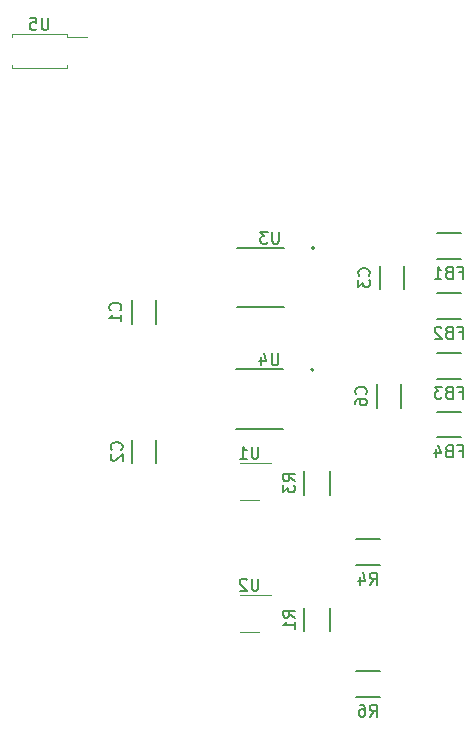
<source format=gbr>
%TF.GenerationSoftware,KiCad,Pcbnew,(6.0.4)*%
%TF.CreationDate,2023-02-01T16:26:22-05:00*%
%TF.ProjectId,BREAD_Slice,42524541-445f-4536-9c69-63652e6b6963,rev?*%
%TF.SameCoordinates,PX74eba40PY8552dc0*%
%TF.FileFunction,Legend,Bot*%
%TF.FilePolarity,Positive*%
%FSLAX46Y46*%
G04 Gerber Fmt 4.6, Leading zero omitted, Abs format (unit mm)*
G04 Created by KiCad (PCBNEW (6.0.4)) date 2023-02-01 16:26:22*
%MOMM*%
%LPD*%
G01*
G04 APERTURE LIST*
%ADD10C,0.150000*%
%ADD11C,0.120000*%
%ADD12C,0.127000*%
%ADD13C,0.200000*%
G04 APERTURE END LIST*
D10*
%TO.C,FB4*%
X58110333Y30029429D02*
X58443666Y30029429D01*
X58443666Y29505620D02*
X58443666Y30505620D01*
X57967476Y30505620D01*
X57253190Y30029429D02*
X57110333Y29981810D01*
X57062714Y29934191D01*
X57015095Y29838953D01*
X57015095Y29696096D01*
X57062714Y29600858D01*
X57110333Y29553239D01*
X57205571Y29505620D01*
X57586523Y29505620D01*
X57586523Y30505620D01*
X57253190Y30505620D01*
X57157952Y30458000D01*
X57110333Y30410381D01*
X57062714Y30315143D01*
X57062714Y30219905D01*
X57110333Y30124667D01*
X57157952Y30077048D01*
X57253190Y30029429D01*
X57586523Y30029429D01*
X56157952Y30172286D02*
X56157952Y29505620D01*
X56396047Y30553239D02*
X56634142Y29838953D01*
X56015095Y29838953D01*
%TO.C,R4*%
X50585666Y18710620D02*
X50919000Y19186810D01*
X51157095Y18710620D02*
X51157095Y19710620D01*
X50776142Y19710620D01*
X50680904Y19663000D01*
X50633285Y19615381D01*
X50585666Y19520143D01*
X50585666Y19377286D01*
X50633285Y19282048D01*
X50680904Y19234429D01*
X50776142Y19186810D01*
X51157095Y19186810D01*
X49728523Y19377286D02*
X49728523Y18710620D01*
X49966619Y19758239D02*
X50204714Y19043953D01*
X49585666Y19043953D01*
%TO.C,U2*%
X41147904Y19203620D02*
X41147904Y18394096D01*
X41100285Y18298858D01*
X41052666Y18251239D01*
X40957428Y18203620D01*
X40766952Y18203620D01*
X40671714Y18251239D01*
X40624095Y18298858D01*
X40576476Y18394096D01*
X40576476Y19203620D01*
X40147904Y19108381D02*
X40100285Y19156000D01*
X40005047Y19203620D01*
X39766952Y19203620D01*
X39671714Y19156000D01*
X39624095Y19108381D01*
X39576476Y19013143D01*
X39576476Y18917905D01*
X39624095Y18775048D01*
X40195523Y18203620D01*
X39576476Y18203620D01*
%TO.C,U1*%
X41147904Y30379620D02*
X41147904Y29570096D01*
X41100285Y29474858D01*
X41052666Y29427239D01*
X40957428Y29379620D01*
X40766952Y29379620D01*
X40671714Y29427239D01*
X40624095Y29474858D01*
X40576476Y29570096D01*
X40576476Y30379620D01*
X39576476Y29379620D02*
X40147904Y29379620D01*
X39862190Y29379620D02*
X39862190Y30379620D01*
X39957428Y30236762D01*
X40052666Y30141524D01*
X40147904Y30093905D01*
%TO.C,R6*%
X50585666Y7534620D02*
X50919000Y8010810D01*
X51157095Y7534620D02*
X51157095Y8534620D01*
X50776142Y8534620D01*
X50680904Y8487000D01*
X50633285Y8439381D01*
X50585666Y8344143D01*
X50585666Y8201286D01*
X50633285Y8106048D01*
X50680904Y8058429D01*
X50776142Y8010810D01*
X51157095Y8010810D01*
X49728523Y8534620D02*
X49919000Y8534620D01*
X50014238Y8487000D01*
X50061857Y8439381D01*
X50157095Y8296524D01*
X50204714Y8106048D01*
X50204714Y7725096D01*
X50157095Y7629858D01*
X50109476Y7582239D01*
X50014238Y7534620D01*
X49823761Y7534620D01*
X49728523Y7582239D01*
X49680904Y7629858D01*
X49633285Y7725096D01*
X49633285Y7963191D01*
X49680904Y8058429D01*
X49728523Y8106048D01*
X49823761Y8153667D01*
X50014238Y8153667D01*
X50109476Y8106048D01*
X50157095Y8058429D01*
X50204714Y7963191D01*
%TO.C,C6*%
X50254142Y34837667D02*
X50301761Y34885286D01*
X50349380Y35028143D01*
X50349380Y35123381D01*
X50301761Y35266239D01*
X50206523Y35361477D01*
X50111285Y35409096D01*
X49920809Y35456715D01*
X49777952Y35456715D01*
X49587476Y35409096D01*
X49492238Y35361477D01*
X49397000Y35266239D01*
X49349380Y35123381D01*
X49349380Y35028143D01*
X49397000Y34885286D01*
X49444619Y34837667D01*
X49349380Y33980524D02*
X49349380Y34171000D01*
X49397000Y34266239D01*
X49444619Y34313858D01*
X49587476Y34409096D01*
X49777952Y34456715D01*
X50158904Y34456715D01*
X50254142Y34409096D01*
X50301761Y34361477D01*
X50349380Y34266239D01*
X50349380Y34075762D01*
X50301761Y33980524D01*
X50254142Y33932905D01*
X50158904Y33885286D01*
X49920809Y33885286D01*
X49825571Y33932905D01*
X49777952Y33980524D01*
X49730333Y34075762D01*
X49730333Y34266239D01*
X49777952Y34361477D01*
X49825571Y34409096D01*
X49920809Y34456715D01*
%TO.C,C1*%
X29440142Y41949667D02*
X29487761Y41997286D01*
X29535380Y42140143D01*
X29535380Y42235381D01*
X29487761Y42378239D01*
X29392523Y42473477D01*
X29297285Y42521096D01*
X29106809Y42568715D01*
X28963952Y42568715D01*
X28773476Y42521096D01*
X28678238Y42473477D01*
X28583000Y42378239D01*
X28535380Y42235381D01*
X28535380Y42140143D01*
X28583000Y41997286D01*
X28630619Y41949667D01*
X29535380Y40997286D02*
X29535380Y41568715D01*
X29535380Y41283000D02*
X28535380Y41283000D01*
X28678238Y41378239D01*
X28773476Y41473477D01*
X28821095Y41568715D01*
%TO.C,U4*%
X42831904Y38296620D02*
X42831904Y37487096D01*
X42784285Y37391858D01*
X42736666Y37344239D01*
X42641428Y37296620D01*
X42450952Y37296620D01*
X42355714Y37344239D01*
X42308095Y37391858D01*
X42260476Y37487096D01*
X42260476Y38296620D01*
X41355714Y37963286D02*
X41355714Y37296620D01*
X41593809Y38344239D02*
X41831904Y37629953D01*
X41212857Y37629953D01*
%TO.C,FB1*%
X58110333Y45142429D02*
X58443666Y45142429D01*
X58443666Y44618620D02*
X58443666Y45618620D01*
X57967476Y45618620D01*
X57253190Y45142429D02*
X57110333Y45094810D01*
X57062714Y45047191D01*
X57015095Y44951953D01*
X57015095Y44809096D01*
X57062714Y44713858D01*
X57110333Y44666239D01*
X57205571Y44618620D01*
X57586523Y44618620D01*
X57586523Y45618620D01*
X57253190Y45618620D01*
X57157952Y45571000D01*
X57110333Y45523381D01*
X57062714Y45428143D01*
X57062714Y45332905D01*
X57110333Y45237667D01*
X57157952Y45190048D01*
X57253190Y45142429D01*
X57586523Y45142429D01*
X56062714Y44618620D02*
X56634142Y44618620D01*
X56348428Y44618620D02*
X56348428Y45618620D01*
X56443666Y45475762D01*
X56538904Y45380524D01*
X56634142Y45332905D01*
%TO.C,FB3*%
X58110333Y34982429D02*
X58443666Y34982429D01*
X58443666Y34458620D02*
X58443666Y35458620D01*
X57967476Y35458620D01*
X57253190Y34982429D02*
X57110333Y34934810D01*
X57062714Y34887191D01*
X57015095Y34791953D01*
X57015095Y34649096D01*
X57062714Y34553858D01*
X57110333Y34506239D01*
X57205571Y34458620D01*
X57586523Y34458620D01*
X57586523Y35458620D01*
X57253190Y35458620D01*
X57157952Y35411000D01*
X57110333Y35363381D01*
X57062714Y35268143D01*
X57062714Y35172905D01*
X57110333Y35077667D01*
X57157952Y35030048D01*
X57253190Y34982429D01*
X57586523Y34982429D01*
X56681761Y35458620D02*
X56062714Y35458620D01*
X56396047Y35077667D01*
X56253190Y35077667D01*
X56157952Y35030048D01*
X56110333Y34982429D01*
X56062714Y34887191D01*
X56062714Y34649096D01*
X56110333Y34553858D01*
X56157952Y34506239D01*
X56253190Y34458620D01*
X56538904Y34458620D01*
X56634142Y34506239D01*
X56681761Y34553858D01*
%TO.C,R1*%
X44253380Y15914667D02*
X43777190Y16248000D01*
X44253380Y16486096D02*
X43253380Y16486096D01*
X43253380Y16105143D01*
X43301000Y16009905D01*
X43348619Y15962286D01*
X43443857Y15914667D01*
X43586714Y15914667D01*
X43681952Y15962286D01*
X43729571Y16009905D01*
X43777190Y16105143D01*
X43777190Y16486096D01*
X44253380Y14962286D02*
X44253380Y15533715D01*
X44253380Y15248000D02*
X43253380Y15248000D01*
X43396238Y15343239D01*
X43491476Y15438477D01*
X43539095Y15533715D01*
%TO.C,U5*%
X23361904Y66697620D02*
X23361904Y65888096D01*
X23314285Y65792858D01*
X23266666Y65745239D01*
X23171428Y65697620D01*
X22980952Y65697620D01*
X22885714Y65745239D01*
X22838095Y65792858D01*
X22790476Y65888096D01*
X22790476Y66697620D01*
X21838095Y66697620D02*
X22314285Y66697620D01*
X22361904Y66221429D01*
X22314285Y66269048D01*
X22219047Y66316667D01*
X21980952Y66316667D01*
X21885714Y66269048D01*
X21838095Y66221429D01*
X21790476Y66126191D01*
X21790476Y65888096D01*
X21838095Y65792858D01*
X21885714Y65745239D01*
X21980952Y65697620D01*
X22219047Y65697620D01*
X22314285Y65745239D01*
X22361904Y65792858D01*
%TO.C,R3*%
X44253380Y27471667D02*
X43777190Y27805000D01*
X44253380Y28043096D02*
X43253380Y28043096D01*
X43253380Y27662143D01*
X43301000Y27566905D01*
X43348619Y27519286D01*
X43443857Y27471667D01*
X43586714Y27471667D01*
X43681952Y27519286D01*
X43729571Y27566905D01*
X43777190Y27662143D01*
X43777190Y28043096D01*
X43253380Y27138334D02*
X43253380Y26519286D01*
X43634333Y26852620D01*
X43634333Y26709762D01*
X43681952Y26614524D01*
X43729571Y26566905D01*
X43824809Y26519286D01*
X44062904Y26519286D01*
X44158142Y26566905D01*
X44205761Y26614524D01*
X44253380Y26709762D01*
X44253380Y26995477D01*
X44205761Y27090715D01*
X44158142Y27138334D01*
%TO.C,C3*%
X50508142Y44870667D02*
X50555761Y44918286D01*
X50603380Y45061143D01*
X50603380Y45156381D01*
X50555761Y45299239D01*
X50460523Y45394477D01*
X50365285Y45442096D01*
X50174809Y45489715D01*
X50031952Y45489715D01*
X49841476Y45442096D01*
X49746238Y45394477D01*
X49651000Y45299239D01*
X49603380Y45156381D01*
X49603380Y45061143D01*
X49651000Y44918286D01*
X49698619Y44870667D01*
X49603380Y44537334D02*
X49603380Y43918286D01*
X49984333Y44251620D01*
X49984333Y44108762D01*
X50031952Y44013524D01*
X50079571Y43965905D01*
X50174809Y43918286D01*
X50412904Y43918286D01*
X50508142Y43965905D01*
X50555761Y44013524D01*
X50603380Y44108762D01*
X50603380Y44394477D01*
X50555761Y44489715D01*
X50508142Y44537334D01*
%TO.C,C2*%
X29553142Y30138667D02*
X29600761Y30186286D01*
X29648380Y30329143D01*
X29648380Y30424381D01*
X29600761Y30567239D01*
X29505523Y30662477D01*
X29410285Y30710096D01*
X29219809Y30757715D01*
X29076952Y30757715D01*
X28886476Y30710096D01*
X28791238Y30662477D01*
X28696000Y30567239D01*
X28648380Y30424381D01*
X28648380Y30329143D01*
X28696000Y30186286D01*
X28743619Y30138667D01*
X28743619Y29757715D02*
X28696000Y29710096D01*
X28648380Y29614858D01*
X28648380Y29376762D01*
X28696000Y29281524D01*
X28743619Y29233905D01*
X28838857Y29186286D01*
X28934095Y29186286D01*
X29076952Y29233905D01*
X29648380Y29805334D01*
X29648380Y29186286D01*
%TO.C,U3*%
X42884904Y48583620D02*
X42884904Y47774096D01*
X42837285Y47678858D01*
X42789666Y47631239D01*
X42694428Y47583620D01*
X42503952Y47583620D01*
X42408714Y47631239D01*
X42361095Y47678858D01*
X42313476Y47774096D01*
X42313476Y48583620D01*
X41932523Y48583620D02*
X41313476Y48583620D01*
X41646809Y48202667D01*
X41503952Y48202667D01*
X41408714Y48155048D01*
X41361095Y48107429D01*
X41313476Y48012191D01*
X41313476Y47774096D01*
X41361095Y47678858D01*
X41408714Y47631239D01*
X41503952Y47583620D01*
X41789666Y47583620D01*
X41884904Y47631239D01*
X41932523Y47678858D01*
%TO.C,FB2*%
X58110333Y40062429D02*
X58443666Y40062429D01*
X58443666Y39538620D02*
X58443666Y40538620D01*
X57967476Y40538620D01*
X57253190Y40062429D02*
X57110333Y40014810D01*
X57062714Y39967191D01*
X57015095Y39871953D01*
X57015095Y39729096D01*
X57062714Y39633858D01*
X57110333Y39586239D01*
X57205571Y39538620D01*
X57586523Y39538620D01*
X57586523Y40538620D01*
X57253190Y40538620D01*
X57157952Y40491000D01*
X57110333Y40443381D01*
X57062714Y40348143D01*
X57062714Y40252905D01*
X57110333Y40157667D01*
X57157952Y40110048D01*
X57253190Y40062429D01*
X57586523Y40062429D01*
X56634142Y40443381D02*
X56586523Y40491000D01*
X56491285Y40538620D01*
X56253190Y40538620D01*
X56157952Y40491000D01*
X56110333Y40443381D01*
X56062714Y40348143D01*
X56062714Y40252905D01*
X56110333Y40110048D01*
X56681761Y39538620D01*
X56062714Y39538620D01*
%TO.C,FB4*%
X56277000Y31183000D02*
X58277000Y31183000D01*
X58277000Y33333000D02*
X56277000Y33333000D01*
%TO.C,R4*%
X51419000Y22538000D02*
X49419000Y22538000D01*
X49419000Y20388000D02*
X51419000Y20388000D01*
D11*
%TO.C,U2*%
X40386000Y17816000D02*
X39586000Y17816000D01*
X40386000Y14696000D02*
X39586000Y14696000D01*
X40386000Y14696000D02*
X41186000Y14696000D01*
X40386000Y17816000D02*
X42186000Y17816000D01*
%TO.C,U1*%
X40386000Y28992000D02*
X39586000Y28992000D01*
X40386000Y25872000D02*
X41186000Y25872000D01*
X40386000Y28992000D02*
X42186000Y28992000D01*
X40386000Y25872000D02*
X39586000Y25872000D01*
D10*
%TO.C,R6*%
X49419000Y9212000D02*
X51419000Y9212000D01*
X51419000Y11362000D02*
X49419000Y11362000D01*
%TO.C,C6*%
X53222000Y35671000D02*
X53222000Y33671000D01*
X51172000Y33671000D02*
X51172000Y35671000D01*
%TO.C,C1*%
X30471000Y40783000D02*
X30471000Y42783000D01*
X32521000Y42783000D02*
X32521000Y40783000D01*
D12*
%TO.C,U4*%
X43275000Y36937000D02*
X39275000Y36937000D01*
X43275000Y31897000D02*
X39275000Y31897000D01*
D13*
X45820000Y36912000D02*
G75*
G03*
X45820000Y36912000I-100000J0D01*
G01*
D10*
%TO.C,FB1*%
X56277000Y46296000D02*
X58277000Y46296000D01*
X58277000Y48446000D02*
X56277000Y48446000D01*
%TO.C,FB3*%
X56277000Y36136000D02*
X58277000Y36136000D01*
X58277000Y38286000D02*
X56277000Y38286000D01*
%TO.C,R1*%
X47176000Y14748000D02*
X47176000Y16748000D01*
X45026000Y16748000D02*
X45026000Y14748000D01*
D11*
%TO.C,U5*%
X24910000Y65095000D02*
X26600000Y65095000D01*
X24910000Y65310000D02*
X24910000Y65095000D01*
X24910000Y62490000D02*
X24910000Y62705000D01*
X22600000Y65310000D02*
X24910000Y65310000D01*
X22600000Y62490000D02*
X20290000Y62490000D01*
X20290000Y62490000D02*
X20290000Y62705000D01*
X22600000Y65310000D02*
X20290000Y65310000D01*
X22600000Y62490000D02*
X24910000Y62490000D01*
X20290000Y65310000D02*
X20290000Y65095000D01*
D10*
%TO.C,R3*%
X45026000Y28305000D02*
X45026000Y26305000D01*
X47176000Y26305000D02*
X47176000Y28305000D01*
%TO.C,C3*%
X53476000Y45704000D02*
X53476000Y43704000D01*
X51426000Y43704000D02*
X51426000Y45704000D01*
%TO.C,C2*%
X32521000Y30972000D02*
X32521000Y28972000D01*
X30471000Y28972000D02*
X30471000Y30972000D01*
D12*
%TO.C,U3*%
X43328000Y47224000D02*
X39328000Y47224000D01*
X43328000Y42184000D02*
X39328000Y42184000D01*
D13*
X45873000Y47199000D02*
G75*
G03*
X45873000Y47199000I-100000J0D01*
G01*
D10*
%TO.C,FB2*%
X56277000Y41216000D02*
X58277000Y41216000D01*
X58277000Y43366000D02*
X56277000Y43366000D01*
%TD*%
M02*

</source>
